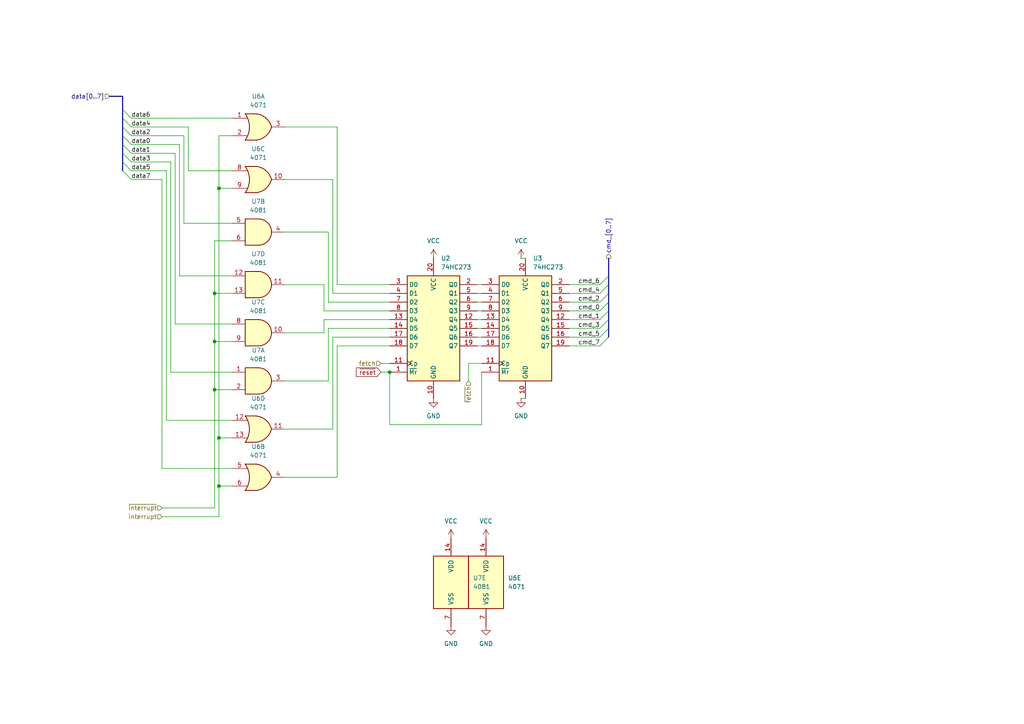
<source format=kicad_sch>
(kicad_sch (version 20250114) (generator "eeschema") (generator_version "9.0")
  (paper "A4")
  (title_block (title "PC-12 Sequencer and Instruction Register") (rev "A"))
  (lib_symbols
    (symbol "4xxx:4071" (pin_names (offset 1.016))
      (property "Reference" "U" (at 0 1.27 0))
      (property "Value" "4071" (at 0 -1.27 0))
      (symbol "4071_1_1"
        (arc (start -3.81 3.81) (mid -2.589 0) (end -3.81 -3.81) (stroke (width 0.254)))
        (polyline (pts (xy -3.81 3.81) (xy -0.635 3.81)) (stroke (width 0.254)) (fill (type background)))
        (polyline (pts (xy -3.81 -3.81) (xy -0.635 -3.81)) (stroke (width 0.254)) (fill (type background)))
        (arc (start 3.81 0) (mid 2.1855 -2.584) (end -0.6096 -3.81) (stroke (width 0.254)) (fill (type background)))
        (arc (start -0.6096 3.81) (mid 2.1928 2.5924) (end 3.81 0) (stroke (width 0.254)) (fill (type background)))
        (polyline (pts (xy -0.635 3.81) (xy -3.81 3.81) (xy -3.81 3.81) (xy -3.556 3.4036) (xy -3.0226 2.2606) (xy -2.6924 1.0414) (xy -2.6162 -0.254) (xy -2.7686 -1.4986) (xy -3.175 -2.7178) (xy -3.81 -3.81) (xy -3.81 -3.81) (xy -0.635 -3.81)) (stroke (width -25.4)) (fill (type background)))
        (pin input line (at -7.62 2.54 0) (length 4.318) (name "~") (number "1"))
        (pin input line (at -7.62 -2.54 0) (length 4.318) (name "~") (number "2"))
        (pin output line (at 7.62 0 180) (length 3.81) (name "~") (number "3"))
      )
      (symbol "4071_1_2"
        (arc (start 0 3.81) (mid 3.7934 0) (end 0 -3.81) (stroke (width 0.254)) (fill (type background)))
        (polyline (pts (xy 0 3.81) (xy -3.81 3.81) (xy -3.81 -3.81) (xy 0 -3.81)) (stroke (width 0.254)) (fill (type background)))
        (pin input inverted (at -7.62 2.54 0) (length 3.81) (name "~") (number "1"))
        (pin input inverted (at -7.62 -2.54 0) (length 3.81) (name "~") (number "2"))
        (pin output inverted (at 7.62 0 180) (length 3.81) (name "~") (number "3"))
      )
      (symbol "4071_2_1"
        (arc (start -3.81 3.81) (mid -2.589 0) (end -3.81 -3.81) (stroke (width 0.254)))
        (polyline (pts (xy -3.81 3.81) (xy -0.635 3.81)) (stroke (width 0.254)) (fill (type background)))
        (polyline (pts (xy -3.81 -3.81) (xy -0.635 -3.81)) (stroke (width 0.254)) (fill (type background)))
        (arc (start 3.81 0) (mid 2.1855 -2.584) (end -0.6096 -3.81) (stroke (width 0.254)) (fill (type background)))
        (arc (start -0.6096 3.81) (mid 2.1928 2.5924) (end 3.81 0) (stroke (width 0.254)) (fill (type background)))
        (polyline (pts (xy -0.635 3.81) (xy -3.81 3.81) (xy -3.81 3.81) (xy -3.556 3.4036) (xy -3.0226 2.2606) (xy -2.6924 1.0414) (xy -2.6162 -0.254) (xy -2.7686 -1.4986) (xy -3.175 -2.7178) (xy -3.81 -3.81) (xy -3.81 -3.81) (xy -0.635 -3.81)) (stroke (width -25.4)) (fill (type background)))
        (pin input line (at -7.62 2.54 0) (length 4.318) (name "~") (number "5"))
        (pin input line (at -7.62 -2.54 0) (length 4.318) (name "~") (number "6"))
        (pin output line (at 7.62 0 180) (length 3.81) (name "~") (number "4"))
      )
      (symbol "4071_2_2"
        (arc (start 0 3.81) (mid 3.7934 0) (end 0 -3.81) (stroke (width 0.254)) (fill (type background)))
        (polyline (pts (xy 0 3.81) (xy -3.81 3.81) (xy -3.81 -3.81) (xy 0 -3.81)) (stroke (width 0.254)) (fill (type background)))
        (pin input inverted (at -7.62 2.54 0) (length 3.81) (name "~") (number "5"))
        (pin input inverted (at -7.62 -2.54 0) (length 3.81) (name "~") (number "6"))
        (pin output inverted (at 7.62 0 180) (length 3.81) (name "~") (number "4"))
      )
      (symbol "4071_3_1"
        (arc (start -3.81 3.81) (mid -2.589 0) (end -3.81 -3.81) (stroke (width 0.254)))
        (polyline (pts (xy -3.81 3.81) (xy -0.635 3.81)) (stroke (width 0.254)) (fill (type background)))
        (polyline (pts (xy -3.81 -3.81) (xy -0.635 -3.81)) (stroke (width 0.254)) (fill (type background)))
        (arc (start 3.81 0) (mid 2.1855 -2.584) (end -0.6096 -3.81) (stroke (width 0.254)) (fill (type background)))
        (arc (start -0.6096 3.81) (mid 2.1928 2.5924) (end 3.81 0) (stroke (width 0.254)) (fill (type background)))
        (polyline (pts (xy -0.635 3.81) (xy -3.81 3.81) (xy -3.81 3.81) (xy -3.556 3.4036) (xy -3.0226 2.2606) (xy -2.6924 1.0414) (xy -2.6162 -0.254) (xy -2.7686 -1.4986) (xy -3.175 -2.7178) (xy -3.81 -3.81) (xy -3.81 -3.81) (xy -0.635 -3.81)) (stroke (width -25.4)) (fill (type background)))
        (pin input line (at -7.62 2.54 0) (length 4.318) (name "~") (number "8"))
        (pin input line (at -7.62 -2.54 0) (length 4.318) (name "~") (number "9"))
        (pin output line (at 7.62 0 180) (length 3.81) (name "~") (number "10"))
      )
      (symbol "4071_3_2"
        (arc (start 0 3.81) (mid 3.7934 0) (end 0 -3.81) (stroke (width 0.254)) (fill (type background)))
        (polyline (pts (xy 0 3.81) (xy -3.81 3.81) (xy -3.81 -3.81) (xy 0 -3.81)) (stroke (width 0.254)) (fill (type background)))
        (pin input inverted (at -7.62 2.54 0) (length 3.81) (name "~") (number "8"))
        (pin input inverted (at -7.62 -2.54 0) (length 3.81) (name "~") (number "9"))
        (pin output inverted (at 7.62 0 180) (length 3.81) (name "~") (number "10"))
      )
      (symbol "4071_4_1"
        (arc (start -3.81 3.81) (mid -2.589 0) (end -3.81 -3.81) (stroke (width 0.254)))
        (polyline (pts (xy -3.81 3.81) (xy -0.635 3.81)) (stroke (width 0.254)) (fill (type background)))
        (polyline (pts (xy -3.81 -3.81) (xy -0.635 -3.81)) (stroke (width 0.254)) (fill (type background)))
        (arc (start 3.81 0) (mid 2.1855 -2.584) (end -0.6096 -3.81) (stroke (width 0.254)) (fill (type background)))
        (arc (start -0.6096 3.81) (mid 2.1928 2.5924) (end 3.81 0) (stroke (width 0.254)) (fill (type background)))
        (polyline (pts (xy -0.635 3.81) (xy -3.81 3.81) (xy -3.81 3.81) (xy -3.556 3.4036) (xy -3.0226 2.2606) (xy -2.6924 1.0414) (xy -2.6162 -0.254) (xy -2.7686 -1.4986) (xy -3.175 -2.7178) (xy -3.81 -3.81) (xy -3.81 -3.81) (xy -0.635 -3.81)) (stroke (width -25.4)) (fill (type background)))
        (pin input line (at -7.62 2.54 0) (length 4.318) (name "~") (number "12"))
        (pin input line (at -7.62 -2.54 0) (length 4.318) (name "~") (number "13"))
        (pin output line (at 7.62 0 180) (length 3.81) (name "~") (number "11"))
      )
      (symbol "4071_4_2"
        (arc (start 0 3.81) (mid 3.7934 0) (end 0 -3.81) (stroke (width 0.254)) (fill (type background)))
        (polyline (pts (xy 0 3.81) (xy -3.81 3.81) (xy -3.81 -3.81) (xy 0 -3.81)) (stroke (width 0.254)) (fill (type background)))
        (pin input inverted (at -7.62 2.54 0) (length 3.81) (name "~") (number "12"))
        (pin input inverted (at -7.62 -2.54 0) (length 3.81) (name "~") (number "13"))
        (pin output inverted (at 7.62 0 180) (length 3.81) (name "~") (number "11"))
      )
      (symbol "4071_5_0"
        (pin power_in line (at 0 12.7 270) (length 5.08) (name "VDD") (number "14"))
        (pin power_in line (at 0 -12.7 90) (length 5.08) (name "VSS") (number "7"))
      )
      (symbol "4071_5_1"
        (rectangle (start -5.08 7.62) (end 5.08 -7.62) (stroke (width 0.254)) (fill (type background)))
      )
    )
    (symbol "4xxx:4081" (pin_names (offset 1.016))
      (property "Reference" "U" (at 0 1.27 0))
      (property "Value" "4081" (at 0 -1.27 0))
      (symbol "4081_1_1"
        (arc (start 0 3.81) (mid 3.7934 0) (end 0 -3.81) (stroke (width 0.254)) (fill (type background)))
        (polyline (pts (xy 0 3.81) (xy -3.81 3.81) (xy -3.81 -3.81) (xy 0 -3.81)) (stroke (width 0.254)) (fill (type background)))
        (pin input line (at -7.62 2.54 0) (length 3.81) (name "~") (number "1"))
        (pin input line (at -7.62 -2.54 0) (length 3.81) (name "~") (number "2"))
        (pin output line (at 7.62 0 180) (length 3.81) (name "~") (number "3"))
      )
      (symbol "4081_1_2"
        (arc (start -3.81 3.81) (mid -2.589 0) (end -3.81 -3.81) (stroke (width 0.254)))
        (polyline (pts (xy -3.81 3.81) (xy -0.635 3.81)) (stroke (width 0.254)) (fill (type background)))
        (polyline (pts (xy -3.81 -3.81) (xy -0.635 -3.81)) (stroke (width 0.254)) (fill (type background)))
        (arc (start 3.81 0) (mid 2.1855 -2.584) (end -0.6096 -3.81) (stroke (width 0.254)) (fill (type background)))
        (arc (start -0.6096 3.81) (mid 2.1928 2.5924) (end 3.81 0) (stroke (width 0.254)) (fill (type background)))
        (polyline (pts (xy -0.635 3.81) (xy -3.81 3.81) (xy -3.81 3.81) (xy -3.556 3.4036) (xy -3.0226 2.2606) (xy -2.6924 1.0414) (xy -2.6162 -0.254) (xy -2.7686 -1.4986) (xy -3.175 -2.7178) (xy -3.81 -3.81) (xy -3.81 -3.81) (xy -0.635 -3.81)) (stroke (width -25.4)) (fill (type background)))
        (pin input inverted (at -7.62 2.54 0) (length 4.318) (name "~") (number "1"))
        (pin input inverted (at -7.62 -2.54 0) (length 4.318) (name "~") (number "2"))
        (pin output inverted (at 7.62 0 180) (length 3.81) (name "~") (number "3"))
      )
      (symbol "4081_2_1"
        (arc (start 0 3.81) (mid 3.7934 0) (end 0 -3.81) (stroke (width 0.254)) (fill (type background)))
        (polyline (pts (xy 0 3.81) (xy -3.81 3.81) (xy -3.81 -3.81) (xy 0 -3.81)) (stroke (width 0.254)) (fill (type background)))
        (pin input line (at -7.62 2.54 0) (length 3.81) (name "~") (number "5"))
        (pin input line (at -7.62 -2.54 0) (length 3.81) (name "~") (number "6"))
        (pin output line (at 7.62 0 180) (length 3.81) (name "~") (number "4"))
      )
      (symbol "4081_2_2"
        (arc (start -3.81 3.81) (mid -2.589 0) (end -3.81 -3.81) (stroke (width 0.254)))
        (polyline (pts (xy -3.81 3.81) (xy -0.635 3.81)) (stroke (width 0.254)) (fill (type background)))
        (polyline (pts (xy -3.81 -3.81) (xy -0.635 -3.81)) (stroke (width 0.254)) (fill (type background)))
        (arc (start 3.81 0) (mid 2.1855 -2.584) (end -0.6096 -3.81) (stroke (width 0.254)) (fill (type background)))
        (arc (start -0.6096 3.81) (mid 2.1928 2.5924) (end 3.81 0) (stroke (width 0.254)) (fill (type background)))
        (polyline (pts (xy -0.635 3.81) (xy -3.81 3.81) (xy -3.81 3.81) (xy -3.556 3.4036) (xy -3.0226 2.2606) (xy -2.6924 1.0414) (xy -2.6162 -0.254) (xy -2.7686 -1.4986) (xy -3.175 -2.7178) (xy -3.81 -3.81) (xy -3.81 -3.81) (xy -0.635 -3.81)) (stroke (width -25.4)) (fill (type background)))
        (pin input inverted (at -7.62 2.54 0) (length 4.318) (name "~") (number "5"))
        (pin input inverted (at -7.62 -2.54 0) (length 4.318) (name "~") (number "6"))
        (pin output inverted (at 7.62 0 180) (length 3.81) (name "~") (number "4"))
      )
      (symbol "4081_3_1"
        (arc (start 0 3.81) (mid 3.7934 0) (end 0 -3.81) (stroke (width 0.254)) (fill (type background)))
        (polyline (pts (xy 0 3.81) (xy -3.81 3.81) (xy -3.81 -3.81) (xy 0 -3.81)) (stroke (width 0.254)) (fill (type background)))
        (pin input line (at -7.62 2.54 0) (length 3.81) (name "~") (number "8"))
        (pin input line (at -7.62 -2.54 0) (length 3.81) (name "~") (number "9"))
        (pin output line (at 7.62 0 180) (length 3.81) (name "~") (number "10"))
      )
      (symbol "4081_3_2"
        (arc (start -3.81 3.81) (mid -2.589 0) (end -3.81 -3.81) (stroke (width 0.254)))
        (polyline (pts (xy -3.81 3.81) (xy -0.635 3.81)) (stroke (width 0.254)) (fill (type background)))
        (polyline (pts (xy -3.81 -3.81) (xy -0.635 -3.81)) (stroke (width 0.254)) (fill (type background)))
        (arc (start 3.81 0) (mid 2.1855 -2.584) (end -0.6096 -3.81) (stroke (width 0.254)) (fill (type background)))
        (arc (start -0.6096 3.81) (mid 2.1928 2.5924) (end 3.81 0) (stroke (width 0.254)) (fill (type background)))
        (polyline (pts (xy -0.635 3.81) (xy -3.81 3.81) (xy -3.81 3.81) (xy -3.556 3.4036) (xy -3.0226 2.2606) (xy -2.6924 1.0414) (xy -2.6162 -0.254) (xy -2.7686 -1.4986) (xy -3.175 -2.7178) (xy -3.81 -3.81) (xy -3.81 -3.81) (xy -0.635 -3.81)) (stroke (width -25.4)) (fill (type background)))
        (pin input inverted (at -7.62 2.54 0) (length 4.318) (name "~") (number "8"))
        (pin input inverted (at -7.62 -2.54 0) (length 4.318) (name "~") (number "9"))
        (pin output inverted (at 7.62 0 180) (length 3.81) (name "~") (number "10"))
      )
      (symbol "4081_4_1"
        (arc (start 0 3.81) (mid 3.7934 0) (end 0 -3.81) (stroke (width 0.254)) (fill (type background)))
        (polyline (pts (xy 0 3.81) (xy -3.81 3.81) (xy -3.81 -3.81) (xy 0 -3.81)) (stroke (width 0.254)) (fill (type background)))
        (pin input line (at -7.62 2.54 0) (length 3.81) (name "~") (number "12"))
        (pin input line (at -7.62 -2.54 0) (length 3.81) (name "~") (number "13"))
        (pin output line (at 7.62 0 180) (length 3.81) (name "~") (number "11"))
      )
      (symbol "4081_4_2"
        (arc (start -3.81 3.81) (mid -2.589 0) (end -3.81 -3.81) (stroke (width 0.254)))
        (polyline (pts (xy -3.81 3.81) (xy -0.635 3.81)) (stroke (width 0.254)) (fill (type background)))
        (polyline (pts (xy -3.81 -3.81) (xy -0.635 -3.81)) (stroke (width 0.254)) (fill (type background)))
        (arc (start 3.81 0) (mid 2.1855 -2.584) (end -0.6096 -3.81) (stroke (width 0.254)) (fill (type background)))
        (arc (start -0.6096 3.81) (mid 2.1928 2.5924) (end 3.81 0) (stroke (width 0.254)) (fill (type background)))
        (polyline (pts (xy -0.635 3.81) (xy -3.81 3.81) (xy -3.81 3.81) (xy -3.556 3.4036) (xy -3.0226 2.2606) (xy -2.6924 1.0414) (xy -2.6162 -0.254) (xy -2.7686 -1.4986) (xy -3.175 -2.7178) (xy -3.81 -3.81) (xy -3.81 -3.81) (xy -0.635 -3.81)) (stroke (width -25.4)) (fill (type background)))
        (pin input inverted (at -7.62 2.54 0) (length 4.318) (name "~") (number "12"))
        (pin input inverted (at -7.62 -2.54 0) (length 4.318) (name "~") (number "13"))
        (pin output inverted (at 7.62 0 180) (length 3.81) (name "~") (number "11"))
      )
      (symbol "4081_5_0"
        (pin power_in line (at 0 12.7 270) (length 5.08) (name "VDD") (number "14"))
        (pin power_in line (at 0 -12.7 90) (length 5.08) (name "VSS") (number "7"))
      )
      (symbol "4081_5_1"
        (rectangle (start -5.08 7.62) (end 5.08 -7.62) (stroke (width 0.254)) (fill (type background)))
      )
    )
    (symbol "74xx:74HC273"
      (property "Reference" "U" (at -7.62 16.51 0))
      (property "Value" "74HC273" (at -7.62 -16.51 0))
      (symbol "74HC273_1_0"
        (pin input line (at -12.7 12.7 0) (length 5.08) (name "D0") (number "3"))
        (pin input line (at -12.7 10.16 0) (length 5.08) (name "D1") (number "4"))
        (pin input line (at -12.7 7.62 0) (length 5.08) (name "D2") (number "7"))
        (pin input line (at -12.7 5.08 0) (length 5.08) (name "D3") (number "8"))
        (pin input line (at -12.7 2.54 0) (length 5.08) (name "D4") (number "13"))
        (pin input line (at -12.7 0 0) (length 5.08) (name "D5") (number "14"))
        (pin input line (at -12.7 -2.54 0) (length 5.08) (name "D6") (number "17"))
        (pin input line (at -12.7 -5.08 0) (length 5.08) (name "D7") (number "18"))
        (pin input clock (at -12.7 -10.16 0) (length 5.08) (name "Cp") (number "11"))
        (pin input line (at -12.7 -12.7 0) (length 5.08) (name "~{Mr}") (number "1"))
        (pin power_in line (at 0 20.32 270) (length 5.08) (name "VCC") (number "20"))
        (pin power_in line (at 0 -20.32 90) (length 5.08) (name "GND") (number "10"))
        (pin output line (at 12.7 12.7 180) (length 5.08) (name "Q0") (number "2"))
        (pin output line (at 12.7 10.16 180) (length 5.08) (name "Q1") (number "5"))
        (pin output line (at 12.7 7.62 180) (length 5.08) (name "Q2") (number "6"))
        (pin output line (at 12.7 5.08 180) (length 5.08) (name "Q3") (number "9"))
        (pin output line (at 12.7 2.54 180) (length 5.08) (name "Q4") (number "12"))
        (pin output line (at 12.7 0 180) (length 5.08) (name "Q5") (number "15"))
        (pin output line (at 12.7 -2.54 180) (length 5.08) (name "Q6") (number "16"))
        (pin output line (at 12.7 -5.08 180) (length 5.08) (name "Q7") (number "19"))
      )
      (symbol "74HC273_1_1"
        (rectangle (start -7.62 15.24) (end 7.62 -15.24) (stroke (width 0.254)) (fill (type background)))
      )
    )
    (symbol "power:GND" (power) (pin_numbers (hide yes)) (pin_names (offset 0) (hide yes))
      (property "Value" "GND" (at 0 -3.81 0))
      (symbol "GND_0_1"
        (polyline (pts (xy 0 0) (xy 0 -1.27) (xy 1.27 -1.27) (xy 0 -2.54) (xy -1.27 -1.27) (xy 0 -1.27)))
      )
      (symbol "GND_1_1"
        (pin power_in line (at 0 0 270) (length 0) (name "~") (number "1"))
      )
    )
    (symbol "power:VCC" (power) (pin_numbers (hide yes)) (pin_names (offset 0) (hide yes))
      (property "Value" "VCC" (at 0 3.556 0))
      (symbol "VCC_0_1"
        (polyline (pts (xy -0.762 1.27) (xy 0 2.54)))
        (polyline (pts (xy 0 2.54) (xy 0.762 1.27)))
        (polyline (pts (xy 0 0) (xy 0 2.54)))
      )
      (symbol "VCC_1_1"
        (pin power_in line (at 0 0 90) (length 0) (name "~") (number "1"))
      )
    )
  )
  (junction (at 63.5 54.61))
  (junction (at 63.5 127))
  (junction (at 62.23 99.06))
  (junction (at 113.03 107.95))
  (junction (at 62.23 113.03))
  (junction (at 62.23 85.09))
  (junction (at 63.5 140.97))
  (bus_entry (at 176.53 95.25) (size -2.54 2.54))
  (bus_entry (at 176.53 82.55) (size -2.54 2.54))
  (bus_entry (at 35.56 46.99) (size 2.54 2.54))
  (bus_entry (at 176.53 85.09) (size -2.54 2.54))
  (bus_entry (at 176.53 92.71) (size -2.54 2.54))
  (bus_entry (at 176.53 80.01) (size -2.54 2.54))
  (bus_entry (at 35.56 49.53) (size 2.54 2.54))
  (bus_entry (at 176.53 97.79) (size -2.54 2.54))
  (bus_entry (at 176.53 90.17) (size -2.54 2.54))
  (bus_entry (at 35.56 44.45) (size 2.54 2.54))
  (bus_entry (at 176.53 87.63) (size -2.54 2.54))
  (bus_entry (at 35.56 39.37) (size 2.54 2.54))
  (bus_entry (at 35.56 41.91) (size 2.54 2.54))
  (bus_entry (at 35.56 34.29) (size 2.54 2.54))
  (bus_entry (at 35.56 36.83) (size 2.54 2.54))
  (bus_entry (at 35.56 31.75) (size 2.54 2.54))
  (wire (pts (xy 62.23 113.03) (xy 67.31 113.03)))
  (wire (pts (xy 46.99 135.89) (xy 46.99 52.07)))
  (wire (pts (xy 96.52 52.07) (xy 82.55 52.07)))
  (wire (pts (xy 63.5 127) (xy 67.31 127)))
  (bus (pts (xy 176.53 74.93) (xy 176.53 80.01)))
  (wire (pts (xy 173.99 87.63) (xy 165.1 87.63)))
  (bus (pts (xy 176.53 82.55) (xy 176.53 85.09)))
  (wire (pts (xy 82.55 124.46) (xy 96.52 124.46)))
  (wire (pts (xy 82.55 67.31) (xy 95.25 67.31)))
  (bus (pts (xy 176.53 90.17) (xy 176.53 92.71)))
  (bus (pts (xy 35.56 41.91) (xy 35.56 44.45)))
  (bus (pts (xy 176.53 80.01) (xy 176.53 82.55)))
  (wire (pts (xy 139.7 95.25) (xy 138.43 95.25)))
  (wire (pts (xy 93.98 96.52) (xy 82.55 96.52)))
  (wire (pts (xy 96.52 124.46) (xy 96.52 97.79)))
  (wire (pts (xy 173.99 92.71) (xy 165.1 92.71)))
  (wire (pts (xy 173.99 100.33) (xy 165.1 100.33)))
  (wire (pts (xy 173.99 90.17) (xy 165.1 90.17)))
  (wire (pts (xy 50.8 44.45) (xy 50.8 93.98)))
  (wire (pts (xy 62.23 113.03) (xy 62.23 147.32)))
  (wire (pts (xy 97.79 100.33) (xy 113.03 100.33)))
  (wire (pts (xy 97.79 138.43) (xy 82.55 138.43)))
  (bus (pts (xy 35.56 34.29) (xy 35.56 36.83)))
  (bus (pts (xy 35.56 27.94) (xy 35.56 31.75)))
  (wire (pts (xy 139.7 92.71) (xy 138.43 92.71)))
  (wire (pts (xy 139.7 107.95) (xy 139.7 123.19)))
  (wire (pts (xy 50.8 93.98) (xy 67.31 93.98)))
  (wire (pts (xy 173.99 85.09) (xy 165.1 85.09)))
  (wire (pts (xy 62.23 85.09) (xy 67.31 85.09)))
  (bus (pts (xy 176.53 95.25) (xy 176.53 97.79)))
  (bus (pts (xy 35.56 39.37) (xy 35.56 41.91)))
  (wire (pts (xy 173.99 97.79) (xy 165.1 97.79)))
  (wire (pts (xy 93.98 90.17) (xy 93.98 82.55)))
  (wire (pts (xy 46.99 147.32) (xy 62.23 147.32)))
  (wire (pts (xy 95.25 95.25) (xy 95.25 110.49)))
  (wire (pts (xy 95.25 87.63) (xy 113.03 87.63)))
  (wire (pts (xy 63.5 140.97) (xy 67.31 140.97)))
  (wire (pts (xy 38.1 34.29) (xy 67.31 34.29)))
  (wire (pts (xy 38.1 36.83) (xy 54.61 36.83)))
  (wire (pts (xy 63.5 140.97) (xy 63.5 149.86)))
  (wire (pts (xy 113.03 123.19) (xy 113.03 107.95)))
  (wire (pts (xy 38.1 39.37) (xy 53.34 39.37)))
  (wire (pts (xy 82.55 36.83) (xy 97.79 36.83)))
  (wire (pts (xy 67.31 39.37) (xy 63.5 39.37)))
  (wire (pts (xy 95.25 95.25) (xy 113.03 95.25)))
  (wire (pts (xy 62.23 99.06) (xy 67.31 99.06)))
  (wire (pts (xy 152.4 74.93) (xy 151.13 74.93)))
  (wire (pts (xy 67.31 135.89) (xy 46.99 135.89)))
  (wire (pts (xy 49.53 107.95) (xy 49.53 46.99)))
  (bus (pts (xy 35.56 44.45) (xy 35.56 46.99)))
  (wire (pts (xy 52.07 41.91) (xy 38.1 41.91)))
  (wire (pts (xy 139.7 85.09) (xy 138.43 85.09)))
  (wire (pts (xy 67.31 80.01) (xy 52.07 80.01)))
  (wire (pts (xy 54.61 36.83) (xy 54.61 49.53)))
  (wire (pts (xy 62.23 99.06) (xy 62.23 113.03)))
  (wire (pts (xy 93.98 92.71) (xy 113.03 92.71)))
  (wire (pts (xy 95.25 67.31) (xy 95.25 87.63)))
  (wire (pts (xy 63.5 54.61) (xy 67.31 54.61)))
  (bus (pts (xy 35.56 31.75) (xy 35.56 34.29)))
  (wire (pts (xy 63.5 54.61) (xy 63.5 127)))
  (wire (pts (xy 93.98 82.55) (xy 82.55 82.55)))
  (wire (pts (xy 46.99 52.07) (xy 38.1 52.07)))
  (bus (pts (xy 35.56 46.99) (xy 35.56 49.53)))
  (wire (pts (xy 139.7 97.79) (xy 138.43 97.79)))
  (bus (pts (xy 176.53 87.63) (xy 176.53 90.17)))
  (wire (pts (xy 48.26 121.92) (xy 67.31 121.92)))
  (wire (pts (xy 96.52 85.09) (xy 113.03 85.09)))
  (bus (pts (xy 176.53 92.71) (xy 176.53 95.25)))
  (wire (pts (xy 139.7 105.41) (xy 135.89 105.41)))
  (wire (pts (xy 62.23 69.85) (xy 67.31 69.85)))
  (wire (pts (xy 63.5 127) (xy 63.5 140.97)))
  (wire (pts (xy 139.7 123.19) (xy 113.03 123.19)))
  (bus (pts (xy 176.53 85.09) (xy 176.53 87.63)))
  (wire (pts (xy 62.23 85.09) (xy 62.23 99.06)))
  (wire (pts (xy 139.7 82.55) (xy 138.43 82.55)))
  (wire (pts (xy 97.79 82.55) (xy 113.03 82.55)))
  (wire (pts (xy 97.79 100.33) (xy 97.79 138.43)))
  (wire (pts (xy 46.99 149.86) (xy 63.5 149.86)))
  (wire (pts (xy 93.98 92.71) (xy 93.98 96.52)))
  (wire (pts (xy 173.99 82.55) (xy 165.1 82.55)))
  (wire (pts (xy 135.89 105.41) (xy 135.89 110.49)))
  (wire (pts (xy 173.99 95.25) (xy 165.1 95.25)))
  (wire (pts (xy 53.34 39.37) (xy 53.34 64.77)))
  (wire (pts (xy 93.98 90.17) (xy 113.03 90.17)))
  (wire (pts (xy 52.07 80.01) (xy 52.07 41.91)))
  (wire (pts (xy 49.53 46.99) (xy 38.1 46.99)))
  (wire (pts (xy 110.49 105.41) (xy 113.03 105.41)))
  (wire (pts (xy 53.34 64.77) (xy 67.31 64.77)))
  (wire (pts (xy 139.7 100.33) (xy 138.43 100.33)))
  (wire (pts (xy 97.79 36.83) (xy 97.79 82.55)))
  (wire (pts (xy 139.7 87.63) (xy 138.43 87.63)))
  (wire (pts (xy 48.26 49.53) (xy 48.26 121.92)))
  (wire (pts (xy 152.4 115.57) (xy 151.13 115.57)))
  (wire (pts (xy 96.52 85.09) (xy 96.52 52.07)))
  (wire (pts (xy 38.1 44.45) (xy 50.8 44.45)))
  (wire (pts (xy 139.7 90.17) (xy 138.43 90.17)))
  (wire (pts (xy 110.49 107.95) (xy 113.03 107.95)))
  (wire (pts (xy 67.31 107.95) (xy 49.53 107.95)))
  (bus (pts (xy 35.56 36.83) (xy 35.56 39.37)))
  (wire (pts (xy 63.5 39.37) (xy 63.5 54.61)))
  (wire (pts (xy 38.1 49.53) (xy 48.26 49.53)))
  (wire (pts (xy 95.25 110.49) (xy 82.55 110.49)))
  (wire (pts (xy 62.23 69.85) (xy 62.23 85.09)))
  (wire (pts (xy 54.61 49.53) (xy 67.31 49.53)))
  (bus (pts (xy 31.75 27.94) (xy 35.56 27.94)))
  (wire (pts (xy 96.52 97.79) (xy 113.03 97.79)))
  (label "cmd_7" (at 173.99 100.33 180))
  (label "data1" (at 38.1 44.45 0))
  (label "data5" (at 38.1 49.53 0))
  (label "cmd_2" (at 173.99 87.63 180))
  (label "cmd_5" (at 173.99 97.79 180))
  (label "data4" (at 38.1 36.83 0))
  (label "data2" (at 38.1 39.37 0))
  (label "data6" (at 38.1 34.29 0))
  (label "cmd_0" (at 173.99 90.17 180))
  (label "data3" (at 38.1 46.99 0))
  (label "data7" (at 38.1 52.07 0))
  (label "cmd_4" (at 173.99 85.09 180))
  (label "cmd_3" (at 173.99 95.25 180))
  (label "cmd_6" (at 173.99 82.55 180))
  (label "data0" (at 38.1 41.91 0))
  (label "cmd_1" (at 173.99 92.71 180))
  (global_label "~{reset}" (shape input) (at 110.49 107.95 180) (property "Intersheetrefs" "${INTERSHEET_REFS}" (effects (hide yes))))
  (hierarchical_label "~{interrupt}" (shape input) (at 46.99 147.32 180))
  (hierarchical_label "fetch" (shape input) (at 110.49 105.41 180))
  (hierarchical_label "cmd_[0..7]" (shape output) (at 176.53 74.93 90))
  (hierarchical_label "interrupt" (shape input) (at 46.99 149.86 180))
  (hierarchical_label "data[0..7]" (shape input) (at 31.75 27.94 180))
  (hierarchical_label "~{fetch}" (shape input) (at 135.89 110.49 270))
  (symbol (lib_id "power:VCC") (at 125.73 74.93 0) (unit 1)
    (property "Reference" "#PWR08" (effects (hide yes)))
    (property "Value" "VCC" (at 125.73 69.85 0))
    (property "Description" "Power symbol creates a global label with name \"VCC\"" (effects (hide yes)))
  )
  (symbol (lib_id "4xxx:4071") (at 74.93 52.07 0) (unit 3)
    (property "Reference" "U6" (at 74.93 43.18 0))
    (property "Value" "4071" (at 74.93 45.72 0))
    (property "Footprint" "Package_DIP:DIP-14_W7.62mm" (effects (hide yes)))
    (property "Datasheet" "http://www.intersil.com/content/dam/Intersil/documents/cd40/cd4071bms-72bms-75bms.pdf" (effects (hide yes)))
    (property "Description" "Quad Or 2 inputs" (effects (hide yes)))
  )
  (symbol (lib_id "4xxx:4071") (at 74.93 138.43 0) (unit 2)
    (property "Reference" "U6" (at 74.93 129.54 0))
    (property "Value" "4071" (at 74.93 132.08 0))
    (property "Footprint" "Package_DIP:DIP-14_W7.62mm" (effects (hide yes)))
    (property "Datasheet" "http://www.intersil.com/content/dam/Intersil/documents/cd40/cd4071bms-72bms-75bms.pdf" (effects (hide yes)))
    (property "Description" "Quad Or 2 inputs" (effects (hide yes)))
  )
  (symbol (lib_id "power:VCC") (at 151.13 74.93 0) (unit 1)
    (property "Reference" "#PWR07" (effects (hide yes)))
    (property "Value" "VCC" (at 151.13 69.85 0))
    (property "Description" "Power symbol creates a global label with name \"VCC\"" (effects (hide yes)))
  )
  (symbol (lib_id "4xxx:4081") (at 130.81 168.91 0) (unit 5)
    (property "Reference" "U7" (at 137.16 167.6399 0) (effects (justify left)))
    (property "Value" "4081" (at 137.16 170.1799 0) (effects (justify left)))
    (property "Footprint" "Package_DIP:DIP-14_W7.62mm" (effects (hide yes)))
    (property "Datasheet" "http://www.intersil.com/content/dam/Intersil/documents/cd40/cd4073bms-81bms-82bms.pdf" (effects (hide yes)))
    (property "Description" "Quad And 2 inputs" (effects (hide yes)))
  )
  (symbol (lib_id "power:GND") (at 125.73 115.57 0) (unit 1)
    (property "Reference" "#PWR010" (effects (hide yes)))
    (property "Value" "GND" (at 125.73 120.65 0))
    (property "Description" "Power symbol creates a global label with name \"GND\" , ground" (effects (hide yes)))
  )
  (symbol (lib_id "4xxx:4071") (at 140.97 168.91 0) (unit 5)
    (property "Reference" "U6" (at 147.32 167.6399 0) (effects (justify left)))
    (property "Value" "4071" (at 147.32 170.1799 0) (effects (justify left)))
    (property "Footprint" "Package_DIP:DIP-14_W7.62mm" (effects (hide yes)))
    (property "Datasheet" "http://www.intersil.com/content/dam/Intersil/documents/cd40/cd4071bms-72bms-75bms.pdf" (effects (hide yes)))
    (property "Description" "Quad Or 2 inputs" (effects (hide yes)))
  )
  (symbol (lib_id "4xxx:4081") (at 74.93 110.49 0) (unit 1)
    (property "Reference" "U7" (at 74.9217 101.6 0))
    (property "Value" "4081" (at 74.9217 104.14 0))
    (property "Footprint" "Package_DIP:DIP-14_W7.62mm" (effects (hide yes)))
    (property "Datasheet" "http://www.intersil.com/content/dam/Intersil/documents/cd40/cd4073bms-81bms-82bms.pdf" (effects (hide yes)))
    (property "Description" "Quad And 2 inputs" (effects (hide yes)))
  )
  (symbol (lib_id "4xxx:4071") (at 74.93 124.46 0) (unit 4)
    (property "Reference" "U6" (at 74.93 115.57 0))
    (property "Value" "4071" (at 74.93 118.11 0))
    (property "Footprint" "Package_DIP:DIP-14_W7.62mm" (effects (hide yes)))
    (property "Datasheet" "http://www.intersil.com/content/dam/Intersil/documents/cd40/cd4071bms-72bms-75bms.pdf" (effects (hide yes)))
    (property "Description" "Quad Or 2 inputs" (effects (hide yes)))
  )
  (symbol (lib_id "4xxx:4081") (at 74.93 82.55 0) (unit 4)
    (property "Reference" "U7" (at 74.9217 73.66 0))
    (property "Value" "4081" (at 74.9217 76.2 0))
    (property "Footprint" "Package_DIP:DIP-14_W7.62mm" (effects (hide yes)))
    (property "Datasheet" "http://www.intersil.com/content/dam/Intersil/documents/cd40/cd4073bms-81bms-82bms.pdf" (effects (hide yes)))
    (property "Description" "Quad And 2 inputs" (effects (hide yes)))
  )
  (symbol (lib_id "74xx:74HC273") (at 152.4 95.25 0) (unit 1)
    (property "Reference" "U3" (at 154.5433 74.93 0) (effects (justify left)))
    (property "Value" "74HC273" (at 154.5433 77.47 0) (effects (justify left)))
    (property "Footprint" "Package_DIP:DIP-20_W7.62mm" (effects (hide yes)))
    (property "Datasheet" "https://assets.nexperia.com/documents/data-sheet/74HC_HCT273.pdf" (effects (hide yes)))
    (property "Description" "8-bit D Flip-Flop, reset" (effects (hide yes)))
  )
  (symbol (lib_id "power:GND") (at 130.81 181.61 0) (unit 1)
    (property "Reference" "#PWR014" (effects (hide yes)))
    (property "Value" "GND" (at 130.81 186.69 0))
    (property "Description" "Power symbol creates a global label with name \"GND\" , ground" (effects (hide yes)))
  )
  (symbol (lib_id "4xxx:4071") (at 74.93 36.83 0) (unit 1)
    (property "Reference" "U6" (at 74.93 27.94 0))
    (property "Value" "4071" (at 74.93 30.48 0))
    (property "Footprint" "Package_DIP:DIP-14_W7.62mm" (effects (hide yes)))
    (property "Datasheet" "http://www.intersil.com/content/dam/Intersil/documents/cd40/cd4071bms-72bms-75bms.pdf" (effects (hide yes)))
    (property "Description" "Quad Or 2 inputs" (effects (hide yes)))
  )
  (symbol (lib_id "4xxx:4081") (at 74.93 67.31 0) (unit 2)
    (property "Reference" "U7" (at 74.9217 58.42 0))
    (property "Value" "4081" (at 74.9217 60.96 0))
    (property "Footprint" "Package_DIP:DIP-14_W7.62mm" (effects (hide yes)))
    (property "Datasheet" "http://www.intersil.com/content/dam/Intersil/documents/cd40/cd4073bms-81bms-82bms.pdf" (effects (hide yes)))
    (property "Description" "Quad And 2 inputs" (effects (hide yes)))
  )
  (symbol (lib_id "power:VCC") (at 140.97 156.21 0) (unit 1)
    (property "Reference" "#PWR015" (effects (hide yes)))
    (property "Value" "VCC" (at 140.97 151.13 0))
    (property "Description" "Power symbol creates a global label with name \"VCC\"" (effects (hide yes)))
  )
  (symbol (lib_id "power:GND") (at 140.97 181.61 0) (unit 1)
    (property "Reference" "#PWR012" (effects (hide yes)))
    (property "Value" "GND" (at 140.97 186.69 0))
    (property "Description" "Power symbol creates a global label with name \"GND\" , ground" (effects (hide yes)))
  )
  (symbol (lib_id "4xxx:4081") (at 74.93 96.52 0) (unit 3)
    (property "Reference" "U7" (at 74.9217 87.63 0))
    (property "Value" "4081" (at 74.9217 90.17 0))
    (property "Footprint" "Package_DIP:DIP-14_W7.62mm" (effects (hide yes)))
    (property "Datasheet" "http://www.intersil.com/content/dam/Intersil/documents/cd40/cd4073bms-81bms-82bms.pdf" (effects (hide yes)))
    (property "Description" "Quad And 2 inputs" (effects (hide yes)))
  )
  (symbol (lib_id "74xx:74HC273") (at 125.73 95.25 0) (unit 1)
    (property "Reference" "U2" (at 127.8733 74.93 0) (effects (justify left)))
    (property "Value" "74HC273" (at 127.8733 77.47 0) (effects (justify left)))
    (property "Footprint" "Package_DIP:DIP-20_W7.62mm" (effects (hide yes)))
    (property "Datasheet" "https://assets.nexperia.com/documents/data-sheet/74HC_HCT273.pdf" (effects (hide yes)))
    (property "Description" "8-bit D Flip-Flop, reset" (effects (hide yes)))
  )
  (symbol (lib_id "power:VCC") (at 130.81 156.21 0) (unit 1)
    (property "Reference" "#PWR09" (effects (hide yes)))
    (property "Value" "VCC" (at 130.81 151.13 0))
    (property "Description" "Power symbol creates a global label with name \"VCC\"" (effects (hide yes)))
  )
  (symbol (lib_id "power:GND") (at 151.13 115.57 0) (unit 1)
    (property "Reference" "#PWR011" (effects (hide yes)))
    (property "Value" "GND" (at 151.13 120.65 0))
    (property "Description" "Power symbol creates a global label with name \"GND\" , ground" (effects (hide yes)))
  )
)
</source>
